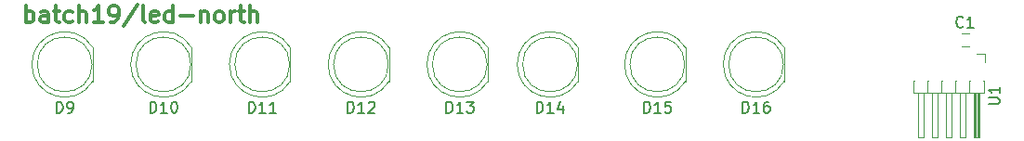
<source format=gto>
G04 #@! TF.GenerationSoftware,KiCad,Pcbnew,(6.0.5-0)*
G04 #@! TF.CreationDate,2023-01-17T15:29:59+09:00*
G04 #@! TF.ProjectId,qPCR-led-north,71504352-2d6c-4656-942d-6e6f7274682e,rev?*
G04 #@! TF.SameCoordinates,Original*
G04 #@! TF.FileFunction,Legend,Top*
G04 #@! TF.FilePolarity,Positive*
%FSLAX46Y46*%
G04 Gerber Fmt 4.6, Leading zero omitted, Abs format (unit mm)*
G04 Created by KiCad (PCBNEW (6.0.5-0)) date 2023-01-17 15:29:59*
%MOMM*%
%LPD*%
G01*
G04 APERTURE LIST*
%ADD10C,0.300000*%
%ADD11C,0.150000*%
%ADD12C,0.120000*%
G04 APERTURE END LIST*
D10*
X99484283Y-97778580D02*
X99484283Y-96278580D01*
X99484283Y-96850009D02*
X99627140Y-96778580D01*
X99912855Y-96778580D01*
X100055712Y-96850009D01*
X100127140Y-96921437D01*
X100198569Y-97064294D01*
X100198569Y-97492866D01*
X100127140Y-97635723D01*
X100055712Y-97707151D01*
X99912855Y-97778580D01*
X99627140Y-97778580D01*
X99484283Y-97707151D01*
X101484283Y-97778580D02*
X101484283Y-96992866D01*
X101412855Y-96850009D01*
X101269998Y-96778580D01*
X100984283Y-96778580D01*
X100841426Y-96850009D01*
X101484283Y-97707151D02*
X101341426Y-97778580D01*
X100984283Y-97778580D01*
X100841426Y-97707151D01*
X100769998Y-97564294D01*
X100769998Y-97421437D01*
X100841426Y-97278580D01*
X100984283Y-97207151D01*
X101341426Y-97207151D01*
X101484283Y-97135723D01*
X101984283Y-96778580D02*
X102555712Y-96778580D01*
X102198569Y-96278580D02*
X102198569Y-97564294D01*
X102269998Y-97707151D01*
X102412855Y-97778580D01*
X102555712Y-97778580D01*
X103698569Y-97707151D02*
X103555712Y-97778580D01*
X103269998Y-97778580D01*
X103127140Y-97707151D01*
X103055712Y-97635723D01*
X102984283Y-97492866D01*
X102984283Y-97064294D01*
X103055712Y-96921437D01*
X103127140Y-96850009D01*
X103269998Y-96778580D01*
X103555712Y-96778580D01*
X103698569Y-96850009D01*
X104341426Y-97778580D02*
X104341426Y-96278580D01*
X104984283Y-97778580D02*
X104984283Y-96992866D01*
X104912855Y-96850009D01*
X104769998Y-96778580D01*
X104555712Y-96778580D01*
X104412855Y-96850009D01*
X104341426Y-96921437D01*
X106484283Y-97778580D02*
X105627140Y-97778580D01*
X106055712Y-97778580D02*
X106055712Y-96278580D01*
X105912855Y-96492866D01*
X105769998Y-96635723D01*
X105627140Y-96707151D01*
X107198569Y-97778580D02*
X107484283Y-97778580D01*
X107627140Y-97707151D01*
X107698569Y-97635723D01*
X107841426Y-97421437D01*
X107912855Y-97135723D01*
X107912855Y-96564294D01*
X107841426Y-96421437D01*
X107769998Y-96350009D01*
X107627140Y-96278580D01*
X107341426Y-96278580D01*
X107198569Y-96350009D01*
X107127140Y-96421437D01*
X107055712Y-96564294D01*
X107055712Y-96921437D01*
X107127140Y-97064294D01*
X107198569Y-97135723D01*
X107341426Y-97207151D01*
X107627140Y-97207151D01*
X107769998Y-97135723D01*
X107841426Y-97064294D01*
X107912855Y-96921437D01*
X109627140Y-96207151D02*
X108341426Y-98135723D01*
X110341426Y-97778580D02*
X110198569Y-97707151D01*
X110127140Y-97564294D01*
X110127140Y-96278580D01*
X111484283Y-97707151D02*
X111341426Y-97778580D01*
X111055712Y-97778580D01*
X110912855Y-97707151D01*
X110841426Y-97564294D01*
X110841426Y-96992866D01*
X110912855Y-96850009D01*
X111055712Y-96778580D01*
X111341426Y-96778580D01*
X111484283Y-96850009D01*
X111555712Y-96992866D01*
X111555712Y-97135723D01*
X110841426Y-97278580D01*
X112841426Y-97778580D02*
X112841426Y-96278580D01*
X112841426Y-97707151D02*
X112698569Y-97778580D01*
X112412855Y-97778580D01*
X112269998Y-97707151D01*
X112198569Y-97635723D01*
X112127140Y-97492866D01*
X112127140Y-97064294D01*
X112198569Y-96921437D01*
X112269998Y-96850009D01*
X112412855Y-96778580D01*
X112698569Y-96778580D01*
X112841426Y-96850009D01*
X113555712Y-97207151D02*
X114698569Y-97207151D01*
X115412855Y-96778580D02*
X115412855Y-97778580D01*
X115412855Y-96921437D02*
X115484283Y-96850009D01*
X115627140Y-96778580D01*
X115841426Y-96778580D01*
X115984283Y-96850009D01*
X116055712Y-96992866D01*
X116055712Y-97778580D01*
X116984283Y-97778580D02*
X116841426Y-97707151D01*
X116769998Y-97635723D01*
X116698569Y-97492866D01*
X116698569Y-97064294D01*
X116769998Y-96921437D01*
X116841426Y-96850009D01*
X116984283Y-96778580D01*
X117198569Y-96778580D01*
X117341426Y-96850009D01*
X117412855Y-96921437D01*
X117484283Y-97064294D01*
X117484283Y-97492866D01*
X117412855Y-97635723D01*
X117341426Y-97707151D01*
X117198569Y-97778580D01*
X116984283Y-97778580D01*
X118127140Y-97778580D02*
X118127140Y-96778580D01*
X118127140Y-97064294D02*
X118198569Y-96921437D01*
X118269998Y-96850009D01*
X118412855Y-96778580D01*
X118555712Y-96778580D01*
X118841426Y-96778580D02*
X119412855Y-96778580D01*
X119055712Y-96278580D02*
X119055712Y-97564294D01*
X119127140Y-97707151D01*
X119269998Y-97778580D01*
X119412855Y-97778580D01*
X119912855Y-97778580D02*
X119912855Y-96278580D01*
X120555712Y-97778580D02*
X120555712Y-96992866D01*
X120484283Y-96850009D01*
X120341426Y-96778580D01*
X120127140Y-96778580D01*
X119984283Y-96850009D01*
X119912855Y-96921437D01*
D11*
G04 #@! TO.C,U1*
X187173131Y-105244411D02*
X187982655Y-105244411D01*
X188077893Y-105196792D01*
X188125512Y-105149173D01*
X188173131Y-105053935D01*
X188173131Y-104863459D01*
X188125512Y-104768221D01*
X188077893Y-104720602D01*
X187982655Y-104672983D01*
X187173131Y-104672983D01*
X188173131Y-103672983D02*
X188173131Y-104244411D01*
X188173131Y-103958697D02*
X187173131Y-103958697D01*
X187315989Y-104053935D01*
X187411227Y-104149173D01*
X187458846Y-104244411D01*
G04 #@! TO.C,D15*
X155785714Y-106034380D02*
X155785714Y-105034380D01*
X156023809Y-105034380D01*
X156166666Y-105082000D01*
X156261904Y-105177238D01*
X156309523Y-105272476D01*
X156357142Y-105462952D01*
X156357142Y-105605809D01*
X156309523Y-105796285D01*
X156261904Y-105891523D01*
X156166666Y-105986761D01*
X156023809Y-106034380D01*
X155785714Y-106034380D01*
X157309523Y-106034380D02*
X156738095Y-106034380D01*
X157023809Y-106034380D02*
X157023809Y-105034380D01*
X156928571Y-105177238D01*
X156833333Y-105272476D01*
X156738095Y-105320095D01*
X158214285Y-105034380D02*
X157738095Y-105034380D01*
X157690476Y-105510571D01*
X157738095Y-105462952D01*
X157833333Y-105415333D01*
X158071428Y-105415333D01*
X158166666Y-105462952D01*
X158214285Y-105510571D01*
X158261904Y-105605809D01*
X158261904Y-105843904D01*
X158214285Y-105939142D01*
X158166666Y-105986761D01*
X158071428Y-106034380D01*
X157833333Y-106034380D01*
X157738095Y-105986761D01*
X157690476Y-105939142D01*
G04 #@! TO.C,D14*
X146015714Y-106034380D02*
X146015714Y-105034380D01*
X146253809Y-105034380D01*
X146396666Y-105082000D01*
X146491904Y-105177238D01*
X146539523Y-105272476D01*
X146587142Y-105462952D01*
X146587142Y-105605809D01*
X146539523Y-105796285D01*
X146491904Y-105891523D01*
X146396666Y-105986761D01*
X146253809Y-106034380D01*
X146015714Y-106034380D01*
X147539523Y-106034380D02*
X146968095Y-106034380D01*
X147253809Y-106034380D02*
X147253809Y-105034380D01*
X147158571Y-105177238D01*
X147063333Y-105272476D01*
X146968095Y-105320095D01*
X148396666Y-105367714D02*
X148396666Y-106034380D01*
X148158571Y-104986761D02*
X147920476Y-105701047D01*
X148539523Y-105701047D01*
G04 #@! TO.C,D13*
X137785714Y-106034380D02*
X137785714Y-105034380D01*
X138023809Y-105034380D01*
X138166666Y-105082000D01*
X138261904Y-105177238D01*
X138309523Y-105272476D01*
X138357142Y-105462952D01*
X138357142Y-105605809D01*
X138309523Y-105796285D01*
X138261904Y-105891523D01*
X138166666Y-105986761D01*
X138023809Y-106034380D01*
X137785714Y-106034380D01*
X139309523Y-106034380D02*
X138738095Y-106034380D01*
X139023809Y-106034380D02*
X139023809Y-105034380D01*
X138928571Y-105177238D01*
X138833333Y-105272476D01*
X138738095Y-105320095D01*
X139642857Y-105034380D02*
X140261904Y-105034380D01*
X139928571Y-105415333D01*
X140071428Y-105415333D01*
X140166666Y-105462952D01*
X140214285Y-105510571D01*
X140261904Y-105605809D01*
X140261904Y-105843904D01*
X140214285Y-105939142D01*
X140166666Y-105986761D01*
X140071428Y-106034380D01*
X139785714Y-106034380D01*
X139690476Y-105986761D01*
X139642857Y-105939142D01*
G04 #@! TO.C,D12*
X128785714Y-106034380D02*
X128785714Y-105034380D01*
X129023809Y-105034380D01*
X129166666Y-105082000D01*
X129261904Y-105177238D01*
X129309523Y-105272476D01*
X129357142Y-105462952D01*
X129357142Y-105605809D01*
X129309523Y-105796285D01*
X129261904Y-105891523D01*
X129166666Y-105986761D01*
X129023809Y-106034380D01*
X128785714Y-106034380D01*
X130309523Y-106034380D02*
X129738095Y-106034380D01*
X130023809Y-106034380D02*
X130023809Y-105034380D01*
X129928571Y-105177238D01*
X129833333Y-105272476D01*
X129738095Y-105320095D01*
X130690476Y-105129619D02*
X130738095Y-105082000D01*
X130833333Y-105034380D01*
X131071428Y-105034380D01*
X131166666Y-105082000D01*
X131214285Y-105129619D01*
X131261904Y-105224857D01*
X131261904Y-105320095D01*
X131214285Y-105462952D01*
X130642857Y-106034380D01*
X131261904Y-106034380D01*
G04 #@! TO.C,D11*
X119785714Y-106034380D02*
X119785714Y-105034380D01*
X120023809Y-105034380D01*
X120166666Y-105082000D01*
X120261904Y-105177238D01*
X120309523Y-105272476D01*
X120357142Y-105462952D01*
X120357142Y-105605809D01*
X120309523Y-105796285D01*
X120261904Y-105891523D01*
X120166666Y-105986761D01*
X120023809Y-106034380D01*
X119785714Y-106034380D01*
X121309523Y-106034380D02*
X120738095Y-106034380D01*
X121023809Y-106034380D02*
X121023809Y-105034380D01*
X120928571Y-105177238D01*
X120833333Y-105272476D01*
X120738095Y-105320095D01*
X122261904Y-106034380D02*
X121690476Y-106034380D01*
X121976190Y-106034380D02*
X121976190Y-105034380D01*
X121880952Y-105177238D01*
X121785714Y-105272476D01*
X121690476Y-105320095D01*
G04 #@! TO.C,D10*
X110785714Y-106034380D02*
X110785714Y-105034380D01*
X111023809Y-105034380D01*
X111166666Y-105082000D01*
X111261904Y-105177238D01*
X111309523Y-105272476D01*
X111357142Y-105462952D01*
X111357142Y-105605809D01*
X111309523Y-105796285D01*
X111261904Y-105891523D01*
X111166666Y-105986761D01*
X111023809Y-106034380D01*
X110785714Y-106034380D01*
X112309523Y-106034380D02*
X111738095Y-106034380D01*
X112023809Y-106034380D02*
X112023809Y-105034380D01*
X111928571Y-105177238D01*
X111833333Y-105272476D01*
X111738095Y-105320095D01*
X112928571Y-105034380D02*
X113023809Y-105034380D01*
X113119047Y-105082000D01*
X113166666Y-105129619D01*
X113214285Y-105224857D01*
X113261904Y-105415333D01*
X113261904Y-105653428D01*
X113214285Y-105843904D01*
X113166666Y-105939142D01*
X113119047Y-105986761D01*
X113023809Y-106034380D01*
X112928571Y-106034380D01*
X112833333Y-105986761D01*
X112785714Y-105939142D01*
X112738095Y-105843904D01*
X112690476Y-105653428D01*
X112690476Y-105415333D01*
X112738095Y-105224857D01*
X112785714Y-105129619D01*
X112833333Y-105082000D01*
X112928571Y-105034380D01*
G04 #@! TO.C,D9*
X102261904Y-106034380D02*
X102261904Y-105034380D01*
X102500000Y-105034380D01*
X102642857Y-105082000D01*
X102738095Y-105177238D01*
X102785714Y-105272476D01*
X102833333Y-105462952D01*
X102833333Y-105605809D01*
X102785714Y-105796285D01*
X102738095Y-105891523D01*
X102642857Y-105986761D01*
X102500000Y-106034380D01*
X102261904Y-106034380D01*
X103309523Y-106034380D02*
X103500000Y-106034380D01*
X103595238Y-105986761D01*
X103642857Y-105939142D01*
X103738095Y-105796285D01*
X103785714Y-105605809D01*
X103785714Y-105224857D01*
X103738095Y-105129619D01*
X103690476Y-105082000D01*
X103595238Y-105034380D01*
X103404761Y-105034380D01*
X103309523Y-105082000D01*
X103261904Y-105129619D01*
X103214285Y-105224857D01*
X103214285Y-105462952D01*
X103261904Y-105558190D01*
X103309523Y-105605809D01*
X103404761Y-105653428D01*
X103595238Y-105653428D01*
X103690476Y-105605809D01*
X103738095Y-105558190D01*
X103785714Y-105462952D01*
G04 #@! TO.C,D16*
X164785714Y-106034380D02*
X164785714Y-105034380D01*
X165023809Y-105034380D01*
X165166666Y-105082000D01*
X165261904Y-105177238D01*
X165309523Y-105272476D01*
X165357142Y-105462952D01*
X165357142Y-105605809D01*
X165309523Y-105796285D01*
X165261904Y-105891523D01*
X165166666Y-105986761D01*
X165023809Y-106034380D01*
X164785714Y-106034380D01*
X166309523Y-106034380D02*
X165738095Y-106034380D01*
X166023809Y-106034380D02*
X166023809Y-105034380D01*
X165928571Y-105177238D01*
X165833333Y-105272476D01*
X165738095Y-105320095D01*
X167166666Y-105034380D02*
X166976190Y-105034380D01*
X166880952Y-105082000D01*
X166833333Y-105129619D01*
X166738095Y-105272476D01*
X166690476Y-105462952D01*
X166690476Y-105843904D01*
X166738095Y-105939142D01*
X166785714Y-105986761D01*
X166880952Y-106034380D01*
X167071428Y-106034380D01*
X167166666Y-105986761D01*
X167214285Y-105939142D01*
X167261904Y-105843904D01*
X167261904Y-105605809D01*
X167214285Y-105510571D01*
X167166666Y-105462952D01*
X167071428Y-105415333D01*
X166880952Y-105415333D01*
X166785714Y-105462952D01*
X166738095Y-105510571D01*
X166690476Y-105605809D01*
G04 #@! TO.C,C1*
X184853333Y-98147142D02*
X184805714Y-98194761D01*
X184662857Y-98242380D01*
X184567619Y-98242380D01*
X184424761Y-98194761D01*
X184329523Y-98099523D01*
X184281904Y-98004285D01*
X184234285Y-97813809D01*
X184234285Y-97670952D01*
X184281904Y-97480476D01*
X184329523Y-97385238D01*
X184424761Y-97290000D01*
X184567619Y-97242380D01*
X184662857Y-97242380D01*
X184805714Y-97290000D01*
X184853333Y-97337619D01*
X185805714Y-98242380D02*
X185234285Y-98242380D01*
X185520000Y-98242380D02*
X185520000Y-97242380D01*
X185424761Y-97385238D01*
X185329523Y-97480476D01*
X185234285Y-97528095D01*
D12*
G04 #@! TO.C,U1*
X186780751Y-104245007D02*
X180310751Y-104245007D01*
X186045751Y-104245007D02*
X186045751Y-108245007D01*
X184180751Y-103125007D02*
X184180751Y-104245007D01*
X186845751Y-100655007D02*
X186845751Y-101415007D01*
X184196074Y-103125007D02*
X184165428Y-103125007D01*
X183805751Y-104245007D02*
X183805751Y-108245007D01*
X183805751Y-108245007D02*
X183285751Y-108245007D01*
X185075751Y-108245007D02*
X184555751Y-108245007D01*
X182535751Y-108245007D02*
X182015751Y-108245007D01*
X181656074Y-103125007D02*
X181625428Y-103125007D01*
X182910751Y-103125007D02*
X182910751Y-104245007D01*
X186345751Y-104245007D02*
X186345751Y-108245007D01*
X186165751Y-104245007D02*
X186165751Y-108245007D01*
X185075751Y-104245007D02*
X185075751Y-108245007D01*
X180310751Y-103125007D02*
X180386074Y-103125007D01*
X186085751Y-100655007D02*
X186845751Y-100655007D01*
X181265751Y-108245007D02*
X180745751Y-108245007D01*
X182535751Y-104245007D02*
X182535751Y-108245007D01*
X185450751Y-103125007D02*
X185450751Y-104245007D01*
X186345751Y-108245007D02*
X185825751Y-108245007D01*
X182926074Y-103125007D02*
X182895428Y-103125007D01*
X186780751Y-103125007D02*
X186780751Y-104245007D01*
X181265751Y-104245007D02*
X181265751Y-108245007D01*
X185825751Y-108245007D02*
X185825751Y-104245007D01*
X183285751Y-108245007D02*
X183285751Y-104245007D01*
X185466074Y-103125007D02*
X185435428Y-103125007D01*
X180310751Y-104245007D02*
X180310751Y-103125007D01*
X184555751Y-108245007D02*
X184555751Y-104245007D01*
X185925751Y-104245007D02*
X185925751Y-108245007D01*
X182015751Y-108245007D02*
X182015751Y-104245007D01*
X181640751Y-103125007D02*
X181640751Y-104245007D01*
X186705428Y-103125007D02*
X186780751Y-103125007D01*
X186285751Y-104245007D02*
X186285751Y-108245007D01*
X180745751Y-108245007D02*
X180745751Y-104245007D01*
G04 #@! TO.C,D15*
X159560000Y-103167000D02*
X159560000Y-100077000D01*
X159560000Y-100077170D02*
G75*
G03*
X154010000Y-101622462I-2560000J-1544830D01*
G01*
X154010000Y-101621538D02*
G75*
G03*
X159560000Y-103166830I2990000J-462D01*
G01*
X159500000Y-101622000D02*
G75*
G03*
X159500000Y-101622000I-2500000J0D01*
G01*
G04 #@! TO.C,D14*
X149790000Y-103167000D02*
X149790000Y-100077000D01*
X149790000Y-100077170D02*
G75*
G03*
X144240000Y-101622462I-2560000J-1544830D01*
G01*
X144240000Y-101621538D02*
G75*
G03*
X149790000Y-103166830I2990000J-462D01*
G01*
X149730000Y-101622000D02*
G75*
G03*
X149730000Y-101622000I-2500000J0D01*
G01*
G04 #@! TO.C,D13*
X141560000Y-103167000D02*
X141560000Y-100077000D01*
X141560000Y-100077170D02*
G75*
G03*
X136010000Y-101622462I-2560000J-1544830D01*
G01*
X136010000Y-101621538D02*
G75*
G03*
X141560000Y-103166830I2990000J-462D01*
G01*
X141500000Y-101622000D02*
G75*
G03*
X141500000Y-101622000I-2500000J0D01*
G01*
G04 #@! TO.C,D12*
X132560000Y-103167000D02*
X132560000Y-100077000D01*
X132560000Y-100077170D02*
G75*
G03*
X127010000Y-101622462I-2560000J-1544830D01*
G01*
X127010000Y-101621538D02*
G75*
G03*
X132560000Y-103166830I2990000J-462D01*
G01*
X132500000Y-101622000D02*
G75*
G03*
X132500000Y-101622000I-2500000J0D01*
G01*
G04 #@! TO.C,D11*
X123560000Y-103167000D02*
X123560000Y-100077000D01*
X123560000Y-100077170D02*
G75*
G03*
X118010000Y-101622462I-2560000J-1544830D01*
G01*
X118010000Y-101621538D02*
G75*
G03*
X123560000Y-103166830I2990000J-462D01*
G01*
X123500000Y-101622000D02*
G75*
G03*
X123500000Y-101622000I-2500000J0D01*
G01*
G04 #@! TO.C,D10*
X114560000Y-103167000D02*
X114560000Y-100077000D01*
X109010000Y-101621538D02*
G75*
G03*
X114560000Y-103166830I2990000J-462D01*
G01*
X114560000Y-100077170D02*
G75*
G03*
X109010000Y-101622462I-2560000J-1544830D01*
G01*
X114500000Y-101622000D02*
G75*
G03*
X114500000Y-101622000I-2500000J0D01*
G01*
G04 #@! TO.C,D9*
X105560000Y-103167000D02*
X105560000Y-100077000D01*
X100010000Y-101621538D02*
G75*
G03*
X105560000Y-103166830I2990000J-462D01*
G01*
X105560000Y-100077170D02*
G75*
G03*
X100010000Y-101622462I-2560000J-1544830D01*
G01*
X105500000Y-101622000D02*
G75*
G03*
X105500000Y-101622000I-2500000J0D01*
G01*
G04 #@! TO.C,D16*
X168560000Y-103167000D02*
X168560000Y-100077000D01*
X168560000Y-100077170D02*
G75*
G03*
X163010000Y-101622462I-2560000J-1544830D01*
G01*
X163010000Y-101621538D02*
G75*
G03*
X168560000Y-103166830I2990000J-462D01*
G01*
X168500000Y-101622000D02*
G75*
G03*
X168500000Y-101622000I-2500000J0D01*
G01*
G04 #@! TO.C,C1*
X185440000Y-99990000D02*
X184740000Y-99990000D01*
X184740000Y-98790000D02*
X185440000Y-98790000D01*
G04 #@! TD*
M02*

</source>
